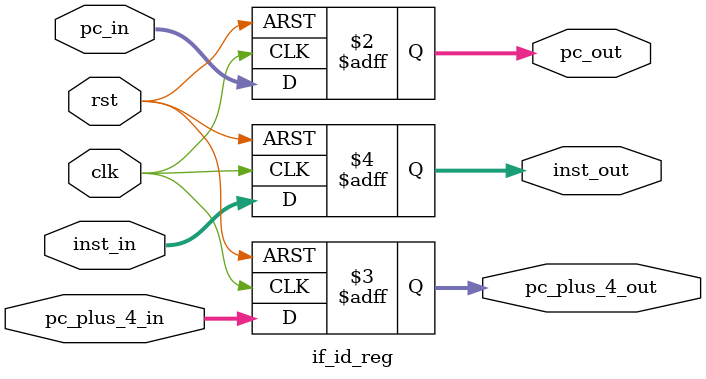
<source format=sv>

module if_id_reg (
    input logic clk,
    input logic rst,
    input logic [31:0] pc_in,       
    input logic [31:0] pc_plus_4_in,
    input logic [31:0] inst_in,     
    output logic [31:0] pc_out,     
    output logic [31:0] pc_plus_4_out, 
    output logic [31:0] inst_out    
);

    // Pipeline register: stores PC, PC+4, and instruction (IR)
    always_ff @(posedge clk or posedge rst) begin
        if (rst) begin
            pc_out        <= 32'b0;
            pc_plus_4_out <= 32'b0;
            inst_out      <= 32'b0;
        end else begin
            pc_out        <= pc_in;
            pc_plus_4_out <= pc_plus_4_in;
            inst_out      <= inst_in;
        end
    end

endmodule

</source>
